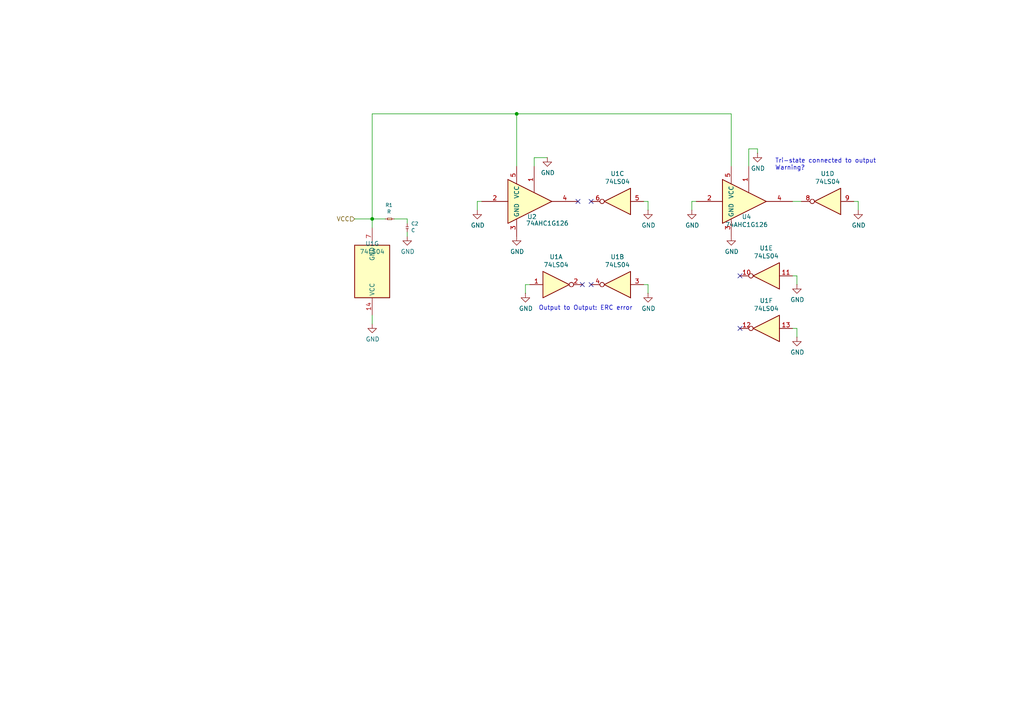
<source format=kicad_sch>
(kicad_sch (version 20241209) (generator "eeschema") (generator_version "9.0")
  (paper "A4")
  (lib_symbols
    (symbol "74xGxx:74AHC1G126"
      (property "Reference" "U" (at -2.54 3.81 0))
      (property "Value" "74AHC1G126" (at 0 -3.81 0))
      (symbol "74AHC1G126_0_1"
        (polyline (pts (xy -7.62 6.35) (xy -7.62 -6.35) (xy 5.08 0) (xy -7.62 6.35)) (stroke (width 0.254)) (fill (type background)))
      )
      (symbol "74AHC1G126_1_1"
        (pin input line (at -15.24 0 0) (length 7.62) (name "~") (number "2"))
        (pin power_in line (at -5.08 10.16 270) (length 5.08) (name "VCC") (number "5"))
        (pin power_in line (at -5.08 -10.16 90) (length 5.08) (name "GND") (number "3"))
        (pin input line (at 0 10.16 270) (length 7.62) (name "~") (number "1"))
        (pin tri_state line (at 12.7 0 180) (length 7.62) (name "~") (number "4"))
      )
    )
    (symbol "74xx:74LS04"
      (property "Reference" "U" (at 0 1.27 0))
      (property "Value" "74LS04" (at 0 -1.27 0))
      (symbol "74LS04_1_0"
        (polyline (pts (xy -3.81 3.81) (xy -3.81 -3.81) (xy 3.81 0) (xy -3.81 3.81)) (stroke (width 0.254)) (fill (type background)))
        (pin input line (at -7.62 0 0) (length 3.81) (name "~") (number "1"))
        (pin output inverted (at 7.62 0 180) (length 3.81) (name "~") (number "2"))
      )
      (symbol "74LS04_2_0"
        (polyline (pts (xy -3.81 3.81) (xy -3.81 -3.81) (xy 3.81 0) (xy -3.81 3.81)) (stroke (width 0.254)) (fill (type background)))
        (pin input line (at -7.62 0 0) (length 3.81) (name "~") (number "3"))
        (pin output inverted (at 7.62 0 180) (length 3.81) (name "~") (number "4"))
      )
      (symbol "74LS04_3_0"
        (polyline (pts (xy -3.81 3.81) (xy -3.81 -3.81) (xy 3.81 0) (xy -3.81 3.81)) (stroke (width 0.254)) (fill (type background)))
        (pin input line (at -7.62 0 0) (length 3.81) (name "~") (number "5"))
        (pin output inverted (at 7.62 0 180) (length 3.81) (name "~") (number "6"))
      )
      (symbol "74LS04_4_0"
        (polyline (pts (xy -3.81 3.81) (xy -3.81 -3.81) (xy 3.81 0) (xy -3.81 3.81)) (stroke (width 0.254)) (fill (type background)))
        (pin input line (at -7.62 0 0) (length 3.81) (name "~") (number "9"))
        (pin output inverted (at 7.62 0 180) (length 3.81) (name "~") (number "8"))
      )
      (symbol "74LS04_5_0"
        (polyline (pts (xy -3.81 3.81) (xy -3.81 -3.81) (xy 3.81 0) (xy -3.81 3.81)) (stroke (width 0.254)) (fill (type background)))
        (pin input line (at -7.62 0 0) (length 3.81) (name "~") (number "11"))
        (pin output inverted (at 7.62 0 180) (length 3.81) (name "~") (number "10"))
      )
      (symbol "74LS04_6_0"
        (polyline (pts (xy -3.81 3.81) (xy -3.81 -3.81) (xy 3.81 0) (xy -3.81 3.81)) (stroke (width 0.254)) (fill (type background)))
        (pin input line (at -7.62 0 0) (length 3.81) (name "~") (number "13"))
        (pin output inverted (at 7.62 0 180) (length 3.81) (name "~") (number "12"))
      )
      (symbol "74LS04_7_0"
        (pin power_in line (at 0 12.7 270) (length 5.08) (name "VCC") (number "14"))
        (pin power_in line (at 0 -12.7 90) (length 5.08) (name "GND") (number "7"))
      )
      (symbol "74LS04_7_1"
        (rectangle (start -5.08 7.62) (end 5.08 -7.62) (stroke (width 0.254)) (fill (type background)))
      )
    )
    (symbol "fail-project-rescue:C-passive" (pin_numbers (hide yes)) (pin_names (offset 1.016) (hide yes))
      (property "Reference" "C" (at 0 1.27 0))
      (property "Value" "C-passive" (at 0 -1.27 0))
      (symbol "C-passive_0_1"
        (polyline (pts (xy -0.635 0) (xy -0.381 0)))
        (polyline (pts (xy -0.635 0) (xy -1.27 0)))
        (polyline (pts (xy -0.254 0.381) (xy -0.254 -0.381)))
        (polyline (pts (xy 0.254 0.381) (xy 0.254 -0.381)))
        (polyline (pts (xy 0.635 0) (xy 0.254 0)))
        (polyline (pts (xy 1.27 0) (xy 0.635 0)))
      )
      (symbol "C-passive_1_1"
        (pin passive line (at -1.27 0 0) (length 0) (name "1") (number "1"))
        (pin passive line (at 1.27 0 0) (length 0) (name "2") (number "2"))
      )
    )
    (symbol "fail-project-rescue:R-passive" (pin_numbers (hide yes)) (pin_names (offset 1.016) (hide yes))
      (property "Reference" "R" (at 0 1.27 0))
      (property "Value" "R-passive" (at 0 -1.27 0))
      (symbol "R-passive_0_1"
        (polyline (pts (xy -0.635 0) (xy -1.27 0)))
        (rectangle (start 0.635 0.254) (end -0.635 -0.254) (fill (type background)))
        (polyline (pts (xy 1.27 0) (xy 0.635 0)))
      )
      (symbol "R-passive_1_1"
        (pin passive line (at -1.27 0 0) (length 0) (name "1") (number "1"))
        (pin passive line (at 1.27 0 0) (length 0) (name "2") (number "2"))
      )
    )
    (symbol "power:GND" (power) (pin_numbers (hide yes)) (pin_names (offset 0) (hide yes))
      (property "Value" "GND" (at 0 -3.81 0))
      (symbol "GND_0_1"
        (polyline (pts (xy 0 0) (xy 0 -1.27) (xy 1.27 -1.27) (xy 0 -2.54) (xy -1.27 -1.27) (xy 0 -1.27)))
      )
      (symbol "GND_1_1"
        (pin power_in line (at 0 0 270) (length 0) (name "~") (number "1"))
      )
    )
  )
  (text "Tri-state connected to output\nWarning?" (at 224.79 49.53 0) (effects (font (size 1.27 1.27)) (justify left bottom)))
  (text "Output to Output: ERC error" (at 156.21 90.17 0) (effects (font (size 1.27 1.27)) (justify left bottom)))
  (junction (at 107.95 63.5))
  (junction (at 149.86 33.02))
  (no_connect (at 167.64 58.42))
  (no_connect (at 171.45 82.55))
  (no_connect (at 168.91 82.55))
  (no_connect (at 171.45 58.42))
  (no_connect (at 214.63 80.01))
  (no_connect (at 214.63 95.25))
  (wire (pts (xy 229.87 58.42) (xy 232.41 58.42)))
  (wire (pts (xy 248.92 58.42) (xy 248.92 60.96)))
  (wire (pts (xy 200.66 58.42) (xy 200.66 60.96)))
  (wire (pts (xy 231.14 80.01) (xy 231.14 82.55)))
  (wire (pts (xy 247.65 58.42) (xy 248.92 58.42)))
  (wire (pts (xy 229.87 95.25) (xy 231.14 95.25)))
  (wire (pts (xy 107.95 63.5) (xy 107.95 66.04)))
  (wire (pts (xy 102.87 63.5) (xy 107.95 63.5)))
  (wire (pts (xy 187.96 58.42) (xy 187.96 60.96)))
  (wire (pts (xy 118.11 63.5) (xy 118.11 64.77)))
  (wire (pts (xy 107.95 63.5) (xy 111.76 63.5)))
  (wire (pts (xy 149.86 33.02) (xy 149.86 48.26)))
  (wire (pts (xy 114.3 63.5) (xy 118.11 63.5)))
  (wire (pts (xy 138.43 58.42) (xy 138.43 60.96)))
  (wire (pts (xy 186.69 82.55) (xy 187.96 82.55)))
  (wire (pts (xy 149.86 33.02) (xy 107.95 33.02)))
  (wire (pts (xy 139.7 58.42) (xy 138.43 58.42)))
  (wire (pts (xy 201.93 58.42) (xy 200.66 58.42)))
  (wire (pts (xy 217.17 48.26) (xy 217.17 43.18)))
  (wire (pts (xy 231.14 95.25) (xy 231.14 97.79)))
  (wire (pts (xy 153.67 82.55) (xy 152.4 82.55)))
  (wire (pts (xy 107.95 91.44) (xy 107.95 93.98)))
  (wire (pts (xy 186.69 58.42) (xy 187.96 58.42)))
  (wire (pts (xy 154.94 45.72) (xy 154.94 48.26)))
  (wire (pts (xy 158.75 45.72) (xy 154.94 45.72)))
  (wire (pts (xy 212.09 48.26) (xy 212.09 33.02)))
  (wire (pts (xy 219.71 43.18) (xy 217.17 43.18)))
  (wire (pts (xy 212.09 33.02) (xy 149.86 33.02)))
  (wire (pts (xy 219.71 43.18) (xy 219.71 44.45)))
  (wire (pts (xy 107.95 33.02) (xy 107.95 63.5)))
  (wire (pts (xy 118.11 67.31) (xy 118.11 68.58)))
  (wire (pts (xy 187.96 82.55) (xy 187.96 85.09)))
  (wire (pts (xy 229.87 80.01) (xy 231.14 80.01)))
  (wire (pts (xy 152.4 82.55) (xy 152.4 85.09)))
  (hierarchical_label "VCC" (shape input) (at 102.87 63.5 180))
  (symbol (lib_id "fail-project-rescue:R-passive") (at 113.03 63.5 0) (unit 1)
    (property "Reference" "R1" (at 112.8268 59.4868 0) (effects (font (size 1.016 1.016))))
    (property "Value" "R" (at 112.8268 61.4172 0) (effects (font (size 1.016 1.016))))
    (property "Footprint" "Resistor_SMD:R_0402_1005Metric" (effects (hide yes)))
  )
  (symbol (lib_id "fail-project-rescue:C-passive") (at 118.11 66.04 270) (unit 1)
    (property "Reference" "C2" (at 119.2276 64.8716 90) (effects (font (size 1.016 1.016)) (justify left)))
    (property "Value" "C" (at 119.2276 66.802 90) (effects (font (size 1.016 1.016)) (justify left)))
    (property "Footprint" "Capacitor_SMD:C_0402_1005Metric" (effects (hide yes)))
  )
  (symbol (lib_id "power:GND") (at 118.11 68.58 0) (unit 1)
    (property "Reference" "#PWR03" (effects (hide yes)))
    (property "Value" "GND" (at 118.237 72.9742 0))
    (property "Description" "Power symbol creates a global label with name \"GND\" , ground" (effects (hide yes)))
  )
  (symbol (lib_id "74xx:74LS04") (at 161.29 82.55 0) (unit 1)
    (property "Reference" "U1" (at 161.29 74.4982 0))
    (property "Value" "74LS04" (at 161.29 76.8096 0))
    (property "Datasheet" "http://www.ti.com/lit/gpn/sn74LS04" (effects (hide yes)))
    (property "Description" "Hex Inverter" (effects (hide yes)))
  )
  (symbol (lib_id "74xx:74LS04") (at 179.07 82.55 180) (unit 2)
    (property "Reference" "U1" (at 179.07 74.4982 0))
    (property "Value" "74LS04" (at 179.07 76.8096 0))
    (property "Datasheet" "http://www.ti.com/lit/gpn/sn74LS04" (effects (hide yes)))
    (property "Description" "Hex Inverter" (effects (hide yes)))
  )
  (symbol (lib_id "power:GND") (at 187.96 85.09 0) (unit 1)
    (property "Reference" "#PWR05" (effects (hide yes)))
    (property "Value" "GND" (at 188.087 89.4842 0))
    (property "Description" "Power symbol creates a global label with name \"GND\" , ground" (effects (hide yes)))
  )
  (symbol (lib_id "power:GND") (at 152.4 85.09 0) (unit 1)
    (property "Reference" "#PWR04" (effects (hide yes)))
    (property "Value" "GND" (at 152.527 89.4842 0))
    (property "Description" "Power symbol creates a global label with name \"GND\" , ground" (effects (hide yes)))
  )
  (symbol (lib_id "power:GND") (at 107.95 93.98 0) (unit 1)
    (property "Reference" "#PWR011" (effects (hide yes)))
    (property "Value" "GND" (at 108.077 98.3742 0))
    (property "Description" "Power symbol creates a global label with name \"GND\" , ground" (effects (hide yes)))
  )
  (symbol (lib_id "power:GND") (at 138.43 60.96 0) (unit 1)
    (property "Reference" "#PWR0101" (effects (hide yes)))
    (property "Value" "GND" (at 138.557 65.3542 0))
    (property "Description" "Power symbol creates a global label with name \"GND\" , ground" (effects (hide yes)))
  )
  (symbol (lib_id "power:GND") (at 149.86 68.58 0) (unit 1)
    (property "Reference" "#PWR012" (effects (hide yes)))
    (property "Value" "GND" (at 149.987 72.9742 0))
    (property "Description" "Power symbol creates a global label with name \"GND\" , ground" (effects (hide yes)))
  )
  (symbol (lib_id "power:GND") (at 200.66 60.96 0) (unit 1)
    (property "Reference" "#PWR06" (effects (hide yes)))
    (property "Value" "GND" (at 200.787 65.3542 0))
    (property "Description" "Power symbol creates a global label with name \"GND\" , ground" (effects (hide yes)))
  )
  (symbol (lib_id "74xGxx:74AHC1G126") (at 154.94 58.42 0) (unit 1)
    (property "Reference" "U2" (at 154.305 62.8714 0))
    (property "Value" "74AHC1G126" (at 158.75 64.77 0))
    (property "Datasheet" "http://www.ti.com/lit/sg/scyt129e/scyt129e.pdf" (effects (hide yes)))
    (property "Description" "Single Buffer Gate Tri-State, Low-Voltage CMOS" (effects (hide yes)))
  )
  (symbol (lib_id "power:GND") (at 212.09 68.58 0) (unit 1)
    (property "Reference" "#PWR013" (effects (hide yes)))
    (property "Value" "GND" (at 212.217 72.9742 0))
    (property "Description" "Power symbol creates a global label with name \"GND\" , ground" (effects (hide yes)))
  )
  (symbol (lib_id "power:GND") (at 158.75 45.72 0) (unit 1)
    (property "Reference" "#PWR0103" (effects (hide yes)))
    (property "Value" "GND" (at 158.877 50.1142 0))
    (property "Description" "Power symbol creates a global label with name \"GND\" , ground" (effects (hide yes)))
  )
  (symbol (lib_id "74xx:74LS04") (at 222.25 80.01 180) (unit 5)
    (property "Reference" "U1" (at 222.25 71.9582 0))
    (property "Value" "74LS04" (at 222.25 74.2696 0))
    (property "Datasheet" "http://www.ti.com/lit/gpn/sn74LS04" (effects (hide yes)))
    (property "Description" "Hex Inverter" (effects (hide yes)))
  )
  (symbol (lib_id "74xGxx:74AHC1G126") (at 217.17 58.42 0) (unit 1)
    (property "Reference" "U4" (at 216.535 62.8714 0))
    (property "Value" "74AHC1G126" (at 216.535 65.1701 0))
    (property "Datasheet" "http://www.ti.com/lit/sg/scyt129e/scyt129e.pdf" (effects (hide yes)))
    (property "Description" "Single Buffer Gate Tri-State, Low-Voltage CMOS" (effects (hide yes)))
  )
  (symbol (lib_id "power:GND") (at 231.14 82.55 0) (unit 1)
    (property "Reference" "#PWR09" (effects (hide yes)))
    (property "Value" "GND" (at 231.267 86.9442 0))
    (property "Description" "Power symbol creates a global label with name \"GND\" , ground" (effects (hide yes)))
  )
  (symbol (lib_id "74xx:74LS04") (at 179.07 58.42 180) (unit 3)
    (property "Reference" "U1" (at 179.07 50.3682 0))
    (property "Value" "74LS04" (at 179.07 52.6796 0))
    (property "Datasheet" "http://www.ti.com/lit/gpn/sn74LS04" (effects (hide yes)))
    (property "Description" "Hex Inverter" (effects (hide yes)))
  )
  (symbol (lib_id "power:GND") (at 219.71 44.45 0) (unit 1)
    (property "Reference" "#PWR07" (effects (hide yes)))
    (property "Value" "GND" (at 219.837 48.8442 0))
    (property "Description" "Power symbol creates a global label with name \"GND\" , ground" (effects (hide yes)))
  )
  (symbol (lib_id "74xx:74LS04") (at 107.95 78.74 180) (unit 7)
    (property "Reference" "U1" (at 107.95 70.6882 0))
    (property "Value" "74LS04" (at 107.95 72.9996 0))
    (property "Datasheet" "http://www.ti.com/lit/gpn/sn74LS04" (effects (hide yes)))
    (property "Description" "Hex Inverter" (effects (hide yes)))
  )
  (symbol (lib_id "74xx:74LS04") (at 222.25 95.25 180) (unit 6)
    (property "Reference" "U1" (at 222.25 87.1982 0))
    (property "Value" "74LS04" (at 222.25 89.5096 0))
    (property "Datasheet" "http://www.ti.com/lit/gpn/sn74LS04" (effects (hide yes)))
    (property "Description" "Hex Inverter" (effects (hide yes)))
  )
  (symbol (lib_id "power:GND") (at 231.14 97.79 0) (unit 1)
    (property "Reference" "#PWR010" (effects (hide yes)))
    (property "Value" "GND" (at 231.267 102.1842 0))
    (property "Description" "Power symbol creates a global label with name \"GND\" , ground" (effects (hide yes)))
  )
  (symbol (lib_id "74xx:74LS04") (at 240.03 58.42 180) (unit 4)
    (property "Reference" "U1" (at 240.03 50.3682 0))
    (property "Value" "74LS04" (at 240.03 52.6796 0))
    (property "Datasheet" "http://www.ti.com/lit/gpn/sn74LS04" (effects (hide yes)))
    (property "Description" "Hex Inverter" (effects (hide yes)))
  )
  (symbol (lib_id "power:GND") (at 187.96 60.96 0) (unit 1)
    (property "Reference" "#PWR0102" (effects (hide yes)))
    (property "Value" "GND" (at 188.087 65.3542 0))
    (property "Description" "Power symbol creates a global label with name \"GND\" , ground" (effects (hide yes)))
  )
  (symbol (lib_id "power:GND") (at 248.92 60.96 0) (unit 1)
    (property "Reference" "#PWR08" (effects (hide yes)))
    (property "Value" "GND" (at 249.047 65.3542 0))
    (property "Description" "Power symbol creates a global label with name \"GND\" , ground" (effects (hide yes)))
  )
)
</source>
